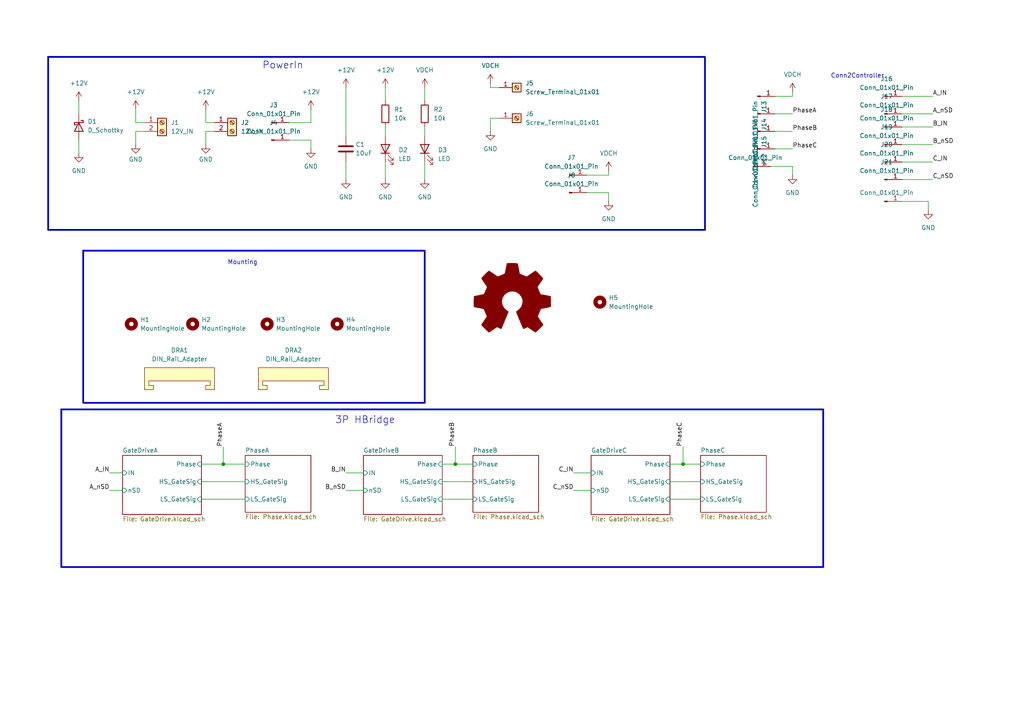
<source format=kicad_sch>
(kicad_sch (version 20250114) (generator "eeschema") (generator_version "9.0")
  (paper "A4")
  (lib_symbols
    (symbol "Connector:Conn_01x01_Pin" (pin_names (offset 1.016) (hide yes))
      (property "Reference" "J" (at 0 2.54 0))
      (property "Value" "Conn_01x01_Pin" (at 0 -2.54 0))
      (symbol "Conn_01x01_Pin_1_1"
        (rectangle (start 0.8636 0.127) (end 0 -0.127) (stroke (width 0.1524)) (fill (type outline)))
        (polyline (pts (xy 1.27 0) (xy 0.8636 0)) (stroke (width 0.1524)))
        (pin passive line (at 5.08 0 180) (length 3.81) (name "Pin_1") (number "1"))
      )
    )
    (symbol "Connector:Screw_Terminal_01x01" (pin_names (offset 1.016) (hide yes))
      (property "Reference" "J" (at 0 2.54 0))
      (property "Value" "Screw_Terminal_01x01" (at 0 -2.54 0))
      (symbol "Screw_Terminal_01x01_1_1"
        (rectangle (start -1.27 1.27) (end 1.27 -1.27) (stroke (width 0.254)) (fill (type background)))
        (polyline (pts (xy -0.5334 0.3302) (xy 0.3302 -0.508)) (stroke (width 0.1524)))
        (polyline (pts (xy -0.3556 0.508) (xy 0.508 -0.3302)) (stroke (width 0.1524)))
        (circle (center 0 0) (radius 0.635) (stroke (width 0.1524)))
        (pin passive line (at -5.08 0 0) (length 3.81) (name "Pin_1") (number "1"))
      )
    )
    (symbol "Connector:Screw_Terminal_01x02" (pin_names (offset 1.016) (hide yes))
      (property "Reference" "J" (at 0 2.54 0))
      (property "Value" "Screw_Terminal_01x02" (at 0 -5.08 0))
      (symbol "Screw_Terminal_01x02_1_1"
        (rectangle (start -1.27 1.27) (end 1.27 -3.81) (stroke (width 0.254)) (fill (type background)))
        (polyline (pts (xy -0.5334 0.3302) (xy 0.3302 -0.508)) (stroke (width 0.1524)))
        (polyline (pts (xy -0.5334 -2.2098) (xy 0.3302 -3.048)) (stroke (width 0.1524)))
        (polyline (pts (xy -0.3556 0.508) (xy 0.508 -0.3302)) (stroke (width 0.1524)))
        (polyline (pts (xy -0.3556 -2.032) (xy 0.508 -2.8702)) (stroke (width 0.1524)))
        (circle (center 0 0) (radius 0.635) (stroke (width 0.1524)))
        (circle (center 0 -2.54) (radius 0.635) (stroke (width 0.1524)))
        (pin passive line (at -5.08 0 0) (length 3.81) (name "Pin_1") (number "1"))
        (pin passive line (at -5.08 -2.54 0) (length 3.81) (name "Pin_2") (number "2"))
      )
    )
    (symbol "Device:C" (pin_numbers (hide yes)) (pin_names (offset 0.254))
      (property "Reference" "C" (at 0.635 2.54 0))
      (property "Value" "C" (at 0.635 -2.54 0))
      (symbol "C_0_1"
        (polyline (pts (xy -2.032 0.762) (xy 2.032 0.762)) (stroke (width 0.508)))
        (polyline (pts (xy -2.032 -0.762) (xy 2.032 -0.762)) (stroke (width 0.508)))
      )
      (symbol "C_1_1"
        (pin passive line (at 0 3.81 270) (length 2.794) (name "~") (number "1"))
        (pin passive line (at 0 -3.81 90) (length 2.794) (name "~") (number "2"))
      )
    )
    (symbol "Device:D_Schottky" (pin_numbers (hide yes)) (pin_names (offset 1.016) (hide yes))
      (property "Reference" "D" (at 0 2.54 0))
      (property "Value" "D_Schottky" (at 0 -2.54 0))
      (symbol "D_Schottky_0_1"
        (polyline (pts (xy -1.905 0.635) (xy -1.905 1.27) (xy -1.27 1.27) (xy -1.27 -1.27) (xy -0.635 -1.27) (xy -0.635 -0.635)) (stroke (width 0.254)))
        (polyline (pts (xy 1.27 1.27) (xy 1.27 -1.27) (xy -1.27 0) (xy 1.27 1.27)) (stroke (width 0.254)))
        (polyline (pts (xy 1.27 0) (xy -1.27 0)))
      )
      (symbol "D_Schottky_1_1"
        (pin passive line (at -3.81 0 0) (length 2.54) (name "K") (number "1"))
        (pin passive line (at 3.81 0 180) (length 2.54) (name "A") (number "2"))
      )
    )
    (symbol "Device:LED" (pin_numbers (hide yes)) (pin_names (offset 1.016) (hide yes))
      (property "Reference" "D" (at 0 2.54 0))
      (property "Value" "LED" (at 0 -2.54 0))
      (symbol "LED_0_1"
        (polyline (pts (xy -3.048 -0.762) (xy -4.572 -2.286) (xy -3.81 -2.286) (xy -4.572 -2.286) (xy -4.572 -1.524)))
        (polyline (pts (xy -1.778 -0.762) (xy -3.302 -2.286) (xy -2.54 -2.286) (xy -3.302 -2.286) (xy -3.302 -1.524)))
        (polyline (pts (xy -1.27 0) (xy 1.27 0)))
        (polyline (pts (xy -1.27 -1.27) (xy -1.27 1.27)) (stroke (width 0.254)))
        (polyline (pts (xy 1.27 -1.27) (xy 1.27 1.27) (xy -1.27 0) (xy 1.27 -1.27)) (stroke (width 0.254)))
      )
      (symbol "LED_1_1"
        (pin passive line (at -3.81 0 0) (length 2.54) (name "K") (number "1"))
        (pin passive line (at 3.81 0 180) (length 2.54) (name "A") (number "2"))
      )
    )
    (symbol "Device:R" (pin_numbers (hide yes)) (pin_names (offset 0))
      (property "Reference" "R" (at 2.032 0 90))
      (property "Value" "R" (at 0 0 90))
      (symbol "R_0_1"
        (rectangle (start -1.016 -2.54) (end 1.016 2.54) (stroke (width 0.254)))
      )
      (symbol "R_1_1"
        (pin passive line (at 0 3.81 270) (length 1.27) (name "~") (number "1"))
        (pin passive line (at 0 -3.81 90) (length 1.27) (name "~") (number "2"))
      )
    )
    (symbol "Graphic:Logo_Open_Hardware_Large" (in_bom no) (on_board no)
      (symbol "Logo_Open_Hardware_Large_1_1"
        (polyline (pts (xy 6.731 -8.7122) (xy 6.6294 -8.6614) (xy 6.35 -8.4836) (xy 5.9944 -8.255) (xy 5.5372 -7.9502) (xy 5.1054 -7.6454) (xy 4.7498 -7.4168) (xy 4.4958 -7.239) (xy 4.3942 -7.1882) (xy 4.318 -7.2136) (xy 4.1148 -7.3152) (xy 3.81 -7.4676) (xy 3.6322 -7.5692) (xy 3.3528 -7.6708) (xy 3.2258 -7.6962) (xy 3.2004 -7.6708) (xy 3.0988 -7.4676) (xy 2.9464 -7.0866) (xy 2.7178 -6.604) (xy 2.4892 -6.0452) (xy 2.2352 -5.4356) (xy 1.9558 -4.826) (xy 1.7272 -4.2164) (xy 1.4986 -3.683) (xy 1.3208 -3.2512) (xy 1.2192 -2.9464) (xy 1.1684 -2.8194) (xy 1.1938 -2.794) (xy 1.3208 -2.667) (xy 1.5748 -2.4892) (xy 2.0828 -2.0574) (xy 2.6162 -1.397) (xy 2.921 -0.6604) (xy 3.048 0.1524) (xy 2.9464 0.9144) (xy 2.6416 1.6256) (xy 2.1336 2.286) (xy 1.524 2.7686) (xy 0.8128 3.0734) (xy 0 3.175) (xy -0.762 3.0988) (xy -1.4986 2.794) (xy -2.159 2.286) (xy -2.4384 1.9812) (xy -2.8194 1.3208) (xy -3.048 0.6096) (xy -3.0734 0.4318) (xy -3.0226 -0.3556) (xy -2.794 -1.0922) (xy -2.3876 -1.7526) (xy -1.8288 -2.3114) (xy -1.7526 -2.3622) (xy -1.4732 -2.5654) (xy -1.2954 -2.6924) (xy -1.1684 -2.8194) (xy -2.159 -5.207) (xy -2.3114 -5.588) (xy -2.5908 -6.2484) (xy -2.8194 -6.8072) (xy -3.0226 -7.2644) (xy -3.1496 -7.5692) (xy -3.2258 -7.6708) (xy -3.2258 -7.6962) (xy -3.302 -7.6962) (xy -3.4798 -7.6454) (xy -3.8354 -7.4676) (xy -4.0386 -7.366) (xy -4.2926 -7.239) (xy -4.4196 -7.1882) (xy -4.5212 -7.239) (xy -4.7498 -7.3914) (xy -5.1054 -7.6454) (xy -5.5372 -7.9248) (xy -5.9436 -8.2042) (xy -6.3246 -8.4582) (xy -6.604 -8.636) (xy -6.731 -8.7122) (xy -6.7564 -8.7122) (xy -6.858 -8.636) (xy -7.0866 -8.4582) (xy -7.4168 -8.1534) (xy -7.874 -7.6962) (xy -7.9502 -7.62) (xy -8.3312 -7.239) (xy -8.636 -6.9088) (xy -8.8392 -6.6802) (xy -8.9154 -6.5786) (xy -8.9154 -6.5786) (xy -8.8392 -6.4516) (xy -8.6614 -6.1722) (xy -8.4328 -5.7912) (xy -8.128 -5.3594) (xy -7.3152 -4.191) (xy -7.7724 -3.0988) (xy -7.8994 -2.7686) (xy -8.0772 -2.3622) (xy -8.2042 -2.0828) (xy -8.255 -1.9558) (xy -8.382 -1.905) (xy -8.6614 -1.8542) (xy -9.0932 -1.7526) (xy -9.6266 -1.651) (xy -10.1092 -1.5748) (xy -10.541 -1.4732) (xy -10.8712 -1.4224) (xy -11.0236 -1.397) (xy -11.049 -1.3716) (xy -11.0744 -1.2954) (xy -11.0998 -1.143) (xy -11.0998 -0.889) (xy -11.1252 -0.4572) (xy -11.1252 0.1524) (xy -11.1252 0.2286) (xy -11.0998 0.8128) (xy -11.0998 1.27) (xy -11.0744 1.5494) (xy -11.0744 1.6764) (xy -11.0744 1.6764) (xy -10.922 1.7018) (xy -10.6172 1.778) (xy -10.16 1.8542) (xy -9.652 1.9558) (xy -9.6012 1.9812) (xy -9.0932 2.0828) (xy -8.636 2.159) (xy -8.3312 2.2352) (xy -8.2042 2.286) (xy -8.1788 2.3114) (xy -8.0772 2.5146) (xy -7.9248 2.8448) (xy -7.747 3.2512) (xy -7.5692 3.6576) (xy -7.4168 4.0386) (xy -7.3152 4.318) (xy -7.2898 4.445) (xy -7.2898 4.445) (xy -7.366 4.572) (xy -7.5438 4.826) (xy -7.7978 5.207) (xy -8.128 5.6642) (xy -8.128 5.6896) (xy -8.4328 6.1468) (xy -8.6868 6.5278) (xy -8.8392 6.7818) (xy -8.9154 6.9088) (xy -8.9154 6.9088) (xy -8.8138 7.0358) (xy -8.5852 7.2898) (xy -8.255 7.6454) (xy -7.874 8.0264) (xy -7.747 8.1534) (xy -7.3152 8.5852) (xy -7.0104 8.8646) (xy -6.8326 8.9916) (xy -6.731 9.0424) (xy -6.731 9.0424) (xy -6.604 8.9408) (xy -6.3246 8.763) (xy -5.9436 8.509) (xy -5.4864 8.2042) (xy -5.461 8.1788) (xy -5.0038 7.874) (xy -4.6482 7.62) (xy -4.3688 7.4422) (xy -4.2672 7.3914) (xy -4.2418 7.3914) (xy -4.064 7.4422) (xy -3.7338 7.5438) (xy -3.3528 7.6962) (xy -2.9464 7.874) (xy -2.5654 8.0264) (xy -2.286 8.1534) (xy -2.159 8.2296) (xy -2.159 8.2296) (xy -2.1082 8.382) (xy -2.032 8.7122) (xy -1.9304 9.1694) (xy -1.8288 9.7282) (xy -1.8034 9.8044) (xy -1.7018 10.3378) (xy -1.6256 10.7696) (xy -1.5748 11.0744) (xy -1.524 11.2014) (xy -1.4478 11.2268) (xy -1.1938 11.2522) (xy -0.8128 11.2522) (xy -0.3302 11.2522) (xy 0.1524 11.2522) (xy 0.6604 11.2522) (xy 1.0668 11.2268) (xy 1.3716 11.2014) (xy 1.4986 11.176) (xy 1.4986 11.176) (xy 1.5494 11.0236) (xy 1.6256 10.6934) (xy 1.7018 10.2108) (xy 1.8288 9.6774) (xy 1.8288 9.5758) (xy 1.9304 9.0424) (xy 2.032 8.6106) (xy 2.0828 8.3058) (xy 2.1336 8.2042) (xy 2.159 8.1788) (xy 2.3876 8.0772) (xy 2.7432 7.9248) (xy 3.175 7.747) (xy 4.191 7.3406) (xy 5.461 8.2042) (xy 5.5626 8.2804) (xy 6.0198 8.5852) (xy 6.3754 8.8392) (xy 6.6294 8.9916) (xy 6.7564 9.0424) (xy 6.7564 9.0424) (xy 6.8834 8.9408) (xy 7.1374 8.7122) (xy 7.4676 8.382) (xy 7.8486 7.9756) (xy 8.1534 7.6962) (xy 8.4836 7.3406) (xy 8.7122 7.112) (xy 8.8392 6.9596) (xy 8.8646 6.858) (xy 8.8646 6.8072) (xy 8.7884 6.6802) (xy 8.6106 6.4008) (xy 8.3312 6.0198) (xy 8.0264 5.588) (xy 7.7978 5.207) (xy 7.5184 4.8006) (xy 7.3406 4.4958) (xy 7.2898 4.3434) (xy 7.2898 4.2926) (xy 7.3914 4.0386) (xy 7.5184 3.683) (xy 7.7216 3.2258) (xy 8.1534 2.2352) (xy 8.7884 2.1082) (xy 9.1948 2.0574) (xy 9.7536 1.9304) (xy 10.2616 1.8288) (xy 11.0998 1.6764) (xy 11.1252 -1.3208) (xy 10.9982 -1.3716) (xy 10.8712 -1.397) (xy 10.5664 -1.4732) (xy 10.1346 -1.5494) (xy 9.6266 -1.651) (xy 9.1948 -1.7272) (xy 8.7376 -1.8288) (xy 8.4328 -1.8796) (xy 8.2804 -1.905) (xy 8.255 -1.9558) (xy 8.1534 -2.159) (xy 7.9756 -2.5146) (xy 7.8232 -2.921) (xy 7.6454 -3.3274) (xy 7.493 -3.7338) (xy 7.366 -4.0132) (xy 7.3406 -4.191) (xy 7.3914 -4.2926) (xy 7.5692 -4.5466) (xy 7.7978 -4.9276) (xy 8.1026 -5.3594) (xy 8.4074 -5.7912) (xy 8.6614 -6.1722) (xy 8.8138 -6.4262) (xy 8.89 -6.5532) (xy 8.8646 -6.6548) (xy 8.6868 -6.858) (xy 8.3566 -7.1882) (xy 7.874 -7.6708) (xy 7.7978 -7.747) (xy 7.3914 -8.128) (xy 7.0612 -8.4328) (xy 6.8326 -8.636) (xy 6.731 -8.7122)) (fill (type outline)))
      )
    )
    (symbol "Mechanical:DIN_Rail_Adapter" (exclude_from_sim yes)
      (property "Reference" "DRA" (at 0 6.35 0))
      (property "Value" "DIN_Rail_Adapter" (at 0 3.81 0))
      (symbol "DIN_Rail_Adapter_0_1"
        (polyline (pts (xy 10.16 2.54) (xy -10.16 2.54) (xy -10.16 -3.81) (xy -7.62 -3.81) (xy -7.62 -2.54) (xy -8.89 -2.54) (xy -8.89 -1.27) (xy 8.89 -1.27) (xy 8.89 -2.54) (xy 7.62 -2.54) (xy 7.62 -3.81) (xy 10.16 -3.81) (xy 10.16 2.54) (xy -10.16 2.54)) (fill (type background)))
      )
    )
    (symbol "Mechanical:MountingHole" (pin_names (offset 1.016)) (exclude_from_sim yes) (in_bom no)
      (property "Reference" "H" (at 0 5.08 0))
      (property "Value" "MountingHole" (at 0 3.175 0))
      (symbol "MountingHole_0_1"
        (circle (center 0 0) (radius 1.27) (stroke (width 1.27)))
      )
    )
    (symbol "power:+12V" (power) (pin_numbers (hide yes)) (pin_names (offset 0) (hide yes))
      (property "Value" "+12V" (at 0 3.556 0))
      (symbol "+12V_0_1"
        (polyline (pts (xy -0.762 1.27) (xy 0 2.54)))
        (polyline (pts (xy 0 2.54) (xy 0.762 1.27)))
        (polyline (pts (xy 0 0) (xy 0 2.54)))
      )
      (symbol "+12V_1_1"
        (pin power_in line (at 0 0 90) (length 0) (name "~") (number "1"))
      )
    )
    (symbol "power:GND" (power) (pin_numbers (hide yes)) (pin_names (offset 0) (hide yes))
      (property "Value" "GND" (at 0 -3.81 0))
      (symbol "GND_0_1"
        (polyline (pts (xy 0 0) (xy 0 -1.27) (xy 1.27 -1.27) (xy 0 -2.54) (xy -1.27 -1.27) (xy 0 -1.27)))
      )
      (symbol "GND_1_1"
        (pin power_in line (at 0 0 270) (length 0) (name "~") (number "1"))
      )
    )
    (symbol "power:VAA" (power) (pin_numbers (hide yes)) (pin_names (offset 0) (hide yes))
      (property "Value" "VAA" (at 0 3.556 0))
      (symbol "VAA_0_1"
        (polyline (pts (xy -0.762 1.27) (xy 0 2.54)))
        (polyline (pts (xy 0 2.54) (xy 0.762 1.27)))
        (polyline (pts (xy 0 0) (xy 0 2.54)))
      )
      (symbol "VAA_1_1"
        (pin power_in line (at 0 0 90) (length 0) (name "~") (number "1"))
      )
    )
  )
  (rectangle (start 17.78 118.745) (end 238.76 164.465) (stroke (width 0.508)))
  (rectangle (start 13.97 16.51) (end 204.47 66.675) (stroke (width 0.508)))
  (rectangle (start 24.13 72.7075) (end 123.19 116.8399) (stroke (width 0.508)))
  (text "Mounting\n" (at 70.358 76.2 0) (effects (font (size 1.27 1.27))))
  (text "3P HBridge" (at 105.918 121.92 0) (effects (font (size 2.032 2.032))))
  (text "Conn2Controller\n" (at 248.7118 22.0956 0) (effects (font (size 1.27 1.27))))
  (text "PowerIn\n" (at 82.042 19.05 0) (effects (font (size 2.032 2.032))))
  (junction (at 198.12 134.62))
  (junction (at 132.08 134.62))
  (junction (at 64.77 134.62))
  (wire (pts (xy 166.37 137.16) (xy 171.45 137.16)))
  (wire (pts (xy 261.62 46.99) (xy 270.51 46.99)))
  (wire (pts (xy 58.42 134.62) (xy 64.77 134.62)))
  (wire (pts (xy 176.53 58.42) (xy 176.53 55.88)))
  (wire (pts (xy 128.27 139.7) (xy 137.16 139.7)))
  (wire (pts (xy 128.27 134.62) (xy 132.08 134.62)))
  (wire (pts (xy 261.62 41.91) (xy 270.51 41.91)))
  (wire (pts (xy 128.27 144.78) (xy 137.16 144.78)))
  (wire (pts (xy 100.33 142.24) (xy 105.41 142.24)))
  (wire (pts (xy 166.37 142.24) (xy 171.45 142.24)))
  (wire (pts (xy 229.87 27.94) (xy 224.79 27.94)))
  (wire (pts (xy 58.42 144.78) (xy 71.12 144.78)))
  (wire (pts (xy 194.31 134.62) (xy 198.12 134.62)))
  (wire (pts (xy 261.62 33.02) (xy 270.51 33.02)))
  (wire (pts (xy 64.77 134.62) (xy 71.12 134.62)))
  (wire (pts (xy 39.37 31.75) (xy 39.37 35.56)))
  (wire (pts (xy 224.79 33.02) (xy 229.87 33.02)))
  (wire (pts (xy 100.33 25.4) (xy 100.33 39.37)))
  (wire (pts (xy 39.37 35.56) (xy 41.91 35.56)))
  (wire (pts (xy 142.24 34.29) (xy 144.78 34.29)))
  (wire (pts (xy 198.12 129.54) (xy 198.12 134.62)))
  (wire (pts (xy 261.62 36.83) (xy 270.51 36.83)))
  (wire (pts (xy 229.87 38.1) (xy 224.79 38.1)))
  (wire (pts (xy 123.19 36.83) (xy 123.19 39.37)))
  (wire (pts (xy 100.33 46.99) (xy 100.33 52.07)))
  (wire (pts (xy 261.62 52.07) (xy 270.51 52.07)))
  (wire (pts (xy 142.24 38.1) (xy 142.24 34.29)))
  (wire (pts (xy 31.75 137.16) (xy 35.56 137.16)))
  (wire (pts (xy 59.69 31.75) (xy 59.69 35.56)))
  (wire (pts (xy 142.24 25.4) (xy 144.78 25.4)))
  (wire (pts (xy 90.17 43.18) (xy 90.17 40.64)))
  (wire (pts (xy 111.76 36.83) (xy 111.76 39.37)))
  (wire (pts (xy 261.62 27.94) (xy 270.51 27.94)))
  (wire (pts (xy 59.69 38.1) (xy 62.23 38.1)))
  (wire (pts (xy 142.24 25.4) (xy 142.24 24.13)))
  (wire (pts (xy 269.24 60.96) (xy 269.24 58.42)))
  (wire (pts (xy 176.53 55.88) (xy 170.18 55.88)))
  (wire (pts (xy 90.17 35.56) (xy 83.82 35.56)))
  (wire (pts (xy 111.76 25.4) (xy 111.76 29.21)))
  (wire (pts (xy 261.62 58.42) (xy 269.24 58.42)))
  (wire (pts (xy 229.87 26.67) (xy 229.87 27.94)))
  (wire (pts (xy 59.69 35.56) (xy 62.23 35.56)))
  (wire (pts (xy 58.42 139.7) (xy 71.12 139.7)))
  (wire (pts (xy 229.87 43.18) (xy 224.79 43.18)))
  (wire (pts (xy 123.19 46.99) (xy 123.19 52.07)))
  (wire (pts (xy 194.31 139.7) (xy 203.2 139.7)))
  (wire (pts (xy 123.19 29.21) (xy 123.19 25.4)))
  (wire (pts (xy 22.86 29.21) (xy 22.86 33.02)))
  (wire (pts (xy 229.87 50.8) (xy 229.87 48.26)))
  (wire (pts (xy 229.87 48.26) (xy 223.52 48.26)))
  (wire (pts (xy 39.37 41.91) (xy 39.37 38.1)))
  (wire (pts (xy 132.08 129.54) (xy 132.08 134.62)))
  (wire (pts (xy 111.76 46.99) (xy 111.76 52.07)))
  (wire (pts (xy 176.53 50.8) (xy 170.18 50.8)))
  (wire (pts (xy 31.75 142.24) (xy 35.56 142.24)))
  (wire (pts (xy 64.77 129.54) (xy 64.77 134.62)))
  (wire (pts (xy 194.31 144.78) (xy 203.2 144.78)))
  (wire (pts (xy 39.37 38.1) (xy 41.91 38.1)))
  (wire (pts (xy 59.69 41.91) (xy 59.69 38.1)))
  (wire (pts (xy 198.12 134.62) (xy 203.2 134.62)))
  (wire (pts (xy 132.08 134.62) (xy 137.16 134.62)))
  (wire (pts (xy 100.33 137.16) (xy 105.41 137.16)))
  (wire (pts (xy 176.53 49.53) (xy 176.53 50.8)))
  (wire (pts (xy 22.86 40.64) (xy 22.86 44.45)))
  (wire (pts (xy 90.17 31.75) (xy 90.17 35.56)))
  (wire (pts (xy 90.17 40.64) (xy 83.82 40.64)))
  (label "C_IN" (at 270.51 46.99 0))
  (label "A_IN" (at 31.75 137.16 180))
  (label "C_IN" (at 166.37 137.16 180))
  (label "A_nSD" (at 31.75 142.24 180))
  (label "PhaseB" (at 132.08 129.54 90))
  (label "PhaseC" (at 198.12 129.54 90))
  (label "A_IN" (at 270.51 27.94 0))
  (label "PhaseA" (at 229.87 33.02 0))
  (label "PhaseC" (at 229.87 43.18 0))
  (label "C_nSD" (at 270.51 52.07 0))
  (label "B_IN" (at 100.33 137.16 180))
  (label "B_IN" (at 270.51 36.83 0))
  (label "PhaseB" (at 229.87 38.1 0))
  (label "B_nSD" (at 100.33 142.24 180))
  (label "C_nSD" (at 166.37 142.24 180))
  (label "B_nSD" (at 270.51 41.91 0))
  (label "A_nSD" (at 270.51 33.02 0))
  (label "PhaseA" (at 64.77 129.54 90))
  (symbol (lib_id "Graphic:Logo_Open_Hardware_Large") (at 148.59 87.63 0) (unit 1) (exclude_from_sim yes) (in_bom no) (on_board no)
    (property "Reference" "#SYM1" (effects (hide yes)))
    (property "Value" "Logo_Open_Hardware_Large" (effects (hide yes)))
    (property "Description" "Open Hardware logo, large" (effects (hide yes)))
  )
  (symbol (lib_id "power:+12V") (at 111.76 25.4 0) (unit 1)
    (property "Reference" "#PWR011" (effects (hide yes)))
    (property "Value" "+12V" (at 111.76 20.32 0))
    (property "Description" "Power symbol creates a global label with name \"+12V\"" (effects (hide yes)))
  )
  (symbol (lib_id "power:GND") (at 176.53 58.42 0) (mirror y) (unit 1)
    (property "Reference" "#PWR018" (effects (hide yes)))
    (property "Value" "GND" (at 176.53 63.5 0))
    (property "Description" "Power symbol creates a global label with name \"GND\" , ground" (effects (hide yes)))
  )
  (symbol (lib_id "Connector:Conn_01x01_Pin") (at 256.54 52.07 0) (unit 1)
    (property "Reference" "J21" (at 257.175 46.99 0))
    (property "Value" "Conn_01x01_Pin" (at 257.175 49.53 0))
    (property "Footprint" "LibMain:WirePad_2.5x5" (effects (hide yes)))
    (property "Description" "Generic connector, single row, 01x01, script generated" (effects (hide yes)))
  )
  (symbol (lib_id "Mechanical:DIN_Rail_Adapter") (at 52.07 109.22 0) (unit 1) (exclude_from_sim yes)
    (property "Reference" "DRA1" (at 52.07 101.6 0))
    (property "Value" "DIN_Rail_Adapter" (at 52.07 104.14 0))
    (property "Footprint" "LibMain:DinRailPCBClip_P15" (effects (hide yes)))
    (property "Description" "DIN Rail adapter universal, mounting holes without connection" (effects (hide yes)))
  )
  (symbol (lib_id "power:VAA") (at 142.24 24.13 0) (unit 1)
    (property "Reference" "#PWR015" (effects (hide yes)))
    (property "Value" "VDCH" (at 142.24 19.05 0))
    (property "Description" "Power symbol creates a global label with name \"VAA\"" (effects (hide yes)))
  )
  (symbol (lib_id "Connector:Conn_01x01_Pin") (at 219.71 43.18 0) (unit 1)
    (property "Reference" "J12" (at 221.6151 44.45 90) (effects (justify right)))
    (property "Value" "Conn_01x01_Pin" (at 219.0751 44.45 90) (effects (justify right)))
    (property "Footprint" "LibMain:WirePad_2.5x5" (effects (hide yes)))
    (property "Description" "Generic connector, single row, 01x01, script generated" (effects (hide yes)))
  )
  (symbol (lib_id "power:GND") (at 100.33 52.07 0) (unit 1)
    (property "Reference" "#PWR010" (effects (hide yes)))
    (property "Value" "GND" (at 100.33 57.15 0))
    (property "Description" "Power symbol creates a global label with name \"GND\" , ground" (effects (hide yes)))
  )
  (symbol (lib_id "power:+12V") (at 39.37 31.75 0) (unit 1)
    (property "Reference" "#PWR03" (effects (hide yes)))
    (property "Value" "+12V" (at 39.37 26.67 0))
    (property "Description" "Power symbol creates a global label with name \"+12V\"" (effects (hide yes)))
  )
  (symbol (lib_id "Connector:Conn_01x01_Pin") (at 256.54 46.99 0) (unit 1)
    (property "Reference" "J20" (at 257.175 41.91 0))
    (property "Value" "Conn_01x01_Pin" (at 257.175 44.45 0))
    (property "Footprint" "LibMain:WirePad_2.5x5" (effects (hide yes)))
    (property "Description" "Generic connector, single row, 01x01, script generated" (effects (hide yes)))
  )
  (symbol (lib_id "Connector:Conn_01x01_Pin") (at 219.71 33.02 0) (unit 1)
    (property "Reference" "J14" (at 221.6151 34.29 90) (effects (justify right)))
    (property "Value" "Conn_01x01_Pin" (at 219.0751 34.29 90) (effects (justify right)))
    (property "Footprint" "LibMain:WirePad_2.5x5" (effects (hide yes)))
    (property "Description" "Generic connector, single row, 01x01, script generated" (effects (hide yes)))
  )
  (symbol (lib_id "Connector:Conn_01x01_Pin") (at 219.71 27.94 0) (unit 1)
    (property "Reference" "J13" (at 221.6151 29.21 90) (effects (justify right)))
    (property "Value" "Conn_01x01_Pin" (at 219.0751 29.21 90) (effects (justify right)))
    (property "Footprint" "LibMain:WirePad_2.5x5" (effects (hide yes)))
    (property "Description" "Generic connector, single row, 01x01, script generated" (effects (hide yes)))
  )
  (symbol (lib_id "Connector:Conn_01x01_Pin") (at 165.1 50.8 0) (unit 1)
    (property "Reference" "J7" (at 165.735 45.72 0))
    (property "Value" "Conn_01x01_Pin" (at 165.735 48.26 0))
    (property "Footprint" "LibMain:WirePad_2.5x5" (effects (hide yes)))
    (property "Description" "Generic connector, single row, 01x01, script generated" (effects (hide yes)))
  )
  (symbol (lib_id "power:GND") (at 229.87 50.8 0) (mirror y) (unit 1)
    (property "Reference" "#PWR036" (effects (hide yes)))
    (property "Value" "GND" (at 229.87 55.88 0))
    (property "Description" "Power symbol creates a global label with name \"GND\" , ground" (effects (hide yes)))
  )
  (symbol (lib_id "power:VAA") (at 229.87 26.67 0) (unit 1)
    (property "Reference" "#PWR035" (effects (hide yes)))
    (property "Value" "VDCH" (at 229.87 21.59 0))
    (property "Description" "Power symbol creates a global label with name \"VAA\"" (effects (hide yes)))
  )
  (symbol (lib_id "Mechanical:MountingHole") (at 173.99 87.63 0) (unit 1) (exclude_from_sim yes) (in_bom no)
    (property "Reference" "H5" (at 176.53 86.3599 0) (effects (justify left)))
    (property "Value" "MountingHole" (at 176.53 88.8999 0) (effects (justify left)))
    (property "Footprint" "Symbol:KiCad-Logo2_12mm_SilkScreen" (effects (hide yes)))
    (property "Description" "Mounting Hole without connection" (effects (hide yes)))
  )
  (symbol (lib_id "Connector:Screw_Terminal_01x01") (at 149.86 25.4 0) (unit 1)
    (property "Reference" "J5" (at 152.4 24.1299 0) (effects (justify left)))
    (property "Value" "Screw_Terminal_01x01" (at 152.4 26.6699 0) (effects (justify left)))
    (property "Footprint" "LibMain:D5mm_WirePad" (effects (hide yes)))
    (property "Description" "Generic screw terminal, single row, 01x01, script generated (kicad-library-utils/schlib/autogen/connector/)" (effects (hide yes)))
  )
  (symbol (lib_id "Connector:Conn_01x01_Pin") (at 78.74 40.64 0) (unit 1)
    (property "Reference" "J4" (at 79.375 35.56 0))
    (property "Value" "Conn_01x01_Pin" (at 79.375 38.1 0))
    (property "Footprint" "LibMain:WirePad_2.5x5" (effects (hide yes)))
    (property "Description" "Generic connector, single row, 01x01, script generated" (effects (hide yes)))
  )
  (symbol (lib_id "Device:C") (at 100.33 43.18 0) (unit 1)
    (property "Reference" "C1" (at 103.124 41.91 0) (effects (justify left)))
    (property "Value" "10uF" (at 103.124 44.45 0) (effects (justify left)))
    (property "Footprint" "Capacitor_SMD:C_1206_3216Metric" (effects (hide yes)))
    (property "Description" "Unpolarized capacitor" (effects (hide yes)))
  )
  (symbol (lib_id "power:VAA") (at 176.53 49.53 0) (unit 1)
    (property "Reference" "#PWR017" (effects (hide yes)))
    (property "Value" "VDCH" (at 176.53 44.45 0))
    (property "Description" "Power symbol creates a global label with name \"VAA\"" (effects (hide yes)))
  )
  (symbol (lib_id "Device:LED") (at 123.19 43.18 90) (unit 1)
    (property "Reference" "D3" (at 127 43.4974 90) (effects (justify right)))
    (property "Value" "LED" (at 127 46.0374 90) (effects (justify right)))
    (property "Footprint" "LED_SMD:LED_1206_3216Metric_Pad1.42x1.75mm_HandSolder" (effects (hide yes)))
    (property "Description" "Light emitting diode" (effects (hide yes)))
    (property "Sim.Pins" "1=K 2=A" (effects (hide yes)))
  )
  (symbol (lib_id "power:GND") (at 39.37 41.91 0) (unit 1)
    (property "Reference" "#PWR04" (effects (hide yes)))
    (property "Value" "GND" (at 39.37 46.228 0))
    (property "Description" "Power symbol creates a global label with name \"GND\" , ground" (effects (hide yes)))
  )
  (symbol (lib_id "Connector:Conn_01x01_Pin") (at 256.54 27.94 0) (unit 1)
    (property "Reference" "J16" (at 257.175 22.86 0))
    (property "Value" "Conn_01x01_Pin" (at 257.175 25.4 0))
    (property "Footprint" "LibMain:WirePad_2.5x5" (effects (hide yes)))
    (property "Description" "Generic connector, single row, 01x01, script generated" (effects (hide yes)))
  )
  (symbol (lib_id "power:GND") (at 90.17 43.18 0) (mirror y) (unit 1)
    (property "Reference" "#PWR08" (effects (hide yes)))
    (property "Value" "GND" (at 90.17 48.26 0))
    (property "Description" "Power symbol creates a global label with name \"GND\" , ground" (effects (hide yes)))
  )
  (symbol (lib_id "Connector:Conn_01x01_Pin") (at 78.74 35.56 0) (unit 1)
    (property "Reference" "J3" (at 79.375 30.48 0))
    (property "Value" "Conn_01x01_Pin" (at 79.375 33.02 0))
    (property "Footprint" "LibMain:WirePad_2.5x5" (effects (hide yes)))
    (property "Description" "Generic connector, single row, 01x01, script generated" (effects (hide yes)))
  )
  (symbol (lib_id "Connector:Conn_01x01_Pin") (at 219.71 38.1 0) (unit 1)
    (property "Reference" "J15" (at 221.6151 39.37 90) (effects (justify right)))
    (property "Value" "Conn_01x01_Pin" (at 219.0751 39.37 90) (effects (justify right)))
    (property "Footprint" "LibMain:WirePad_2.5x5" (effects (hide yes)))
    (property "Description" "Generic connector, single row, 01x01, script generated" (effects (hide yes)))
  )
  (symbol (lib_id "power:+12V") (at 100.33 25.4 0) (unit 1)
    (property "Reference" "#PWR09" (effects (hide yes)))
    (property "Value" "+12V" (at 100.33 20.32 0))
    (property "Description" "Power symbol creates a global label with name \"+12V\"" (effects (hide yes)))
  )
  (symbol (lib_id "Device:D_Schottky") (at 22.86 36.83 270) (unit 1)
    (property "Reference" "D1" (at 25.4 35.2424 90) (effects (justify left)))
    (property "Value" "D_Schottky" (at 25.4 37.7824 90) (effects (justify left)))
    (property "Footprint" "Diode_SMD:D_SMC-RM10_Universal_Handsoldering" (effects (hide yes)))
    (property "Description" "Schottky diode" (effects (hide yes)))
  )
  (symbol (lib_id "Mechanical:MountingHole") (at 97.79 93.98 0) (unit 1) (exclude_from_sim yes) (in_bom no)
    (property "Reference" "H4" (at 100.33 92.7099 0) (effects (justify left)))
    (property "Value" "MountingHole" (at 100.33 95.2499 0) (effects (justify left)))
    (property "Footprint" "MountingHole:MountingHole_3.2mm_M3_DIN965" (effects (hide yes)))
    (property "Description" "Mounting Hole without connection" (effects (hide yes)))
  )
  (symbol (lib_id "power:GND") (at 269.24 60.96 0) (mirror y) (unit 1)
    (property "Reference" "#PWR037" (effects (hide yes)))
    (property "Value" "GND" (at 269.24 66.04 0))
    (property "Description" "Power symbol creates a global label with name \"GND\" , ground" (effects (hide yes)))
  )
  (symbol (lib_id "Connector:Conn_01x01_Pin") (at 218.44 48.26 0) (unit 1)
    (property "Reference" "J11" (effects (hide yes)))
    (property "Value" "Conn_01x01_Pin" (at 219.075 45.72 0))
    (property "Footprint" "LibMain:WirePad_2.5x5" (effects (hide yes)))
    (property "Description" "Generic connector, single row, 01x01, script generated" (effects (hide yes)))
  )
  (symbol (lib_id "power:+12V") (at 59.69 31.75 0) (unit 1)
    (property "Reference" "#PWR05" (effects (hide yes)))
    (property "Value" "+12V" (at 59.69 26.67 0))
    (property "Description" "Power symbol creates a global label with name \"+12V\"" (effects (hide yes)))
  )
  (symbol (lib_id "power:GND") (at 123.19 52.07 0) (unit 1)
    (property "Reference" "#PWR014" (effects (hide yes)))
    (property "Value" "GND" (at 123.19 57.15 0))
    (property "Description" "Power symbol creates a global label with name \"GND\" , ground" (effects (hide yes)))
  )
  (symbol (lib_id "Mechanical:DIN_Rail_Adapter") (at 85.09 109.22 0) (unit 1) (exclude_from_sim yes)
    (property "Reference" "DRA2" (at 85.09 101.6 0))
    (property "Value" "DIN_Rail_Adapter" (at 85.09 104.14 0))
    (property "Footprint" "LibMain:DinRailPCBClip_P15" (effects (hide yes)))
    (property "Description" "DIN Rail adapter universal, mounting holes without connection" (effects (hide yes)))
  )
  (symbol (lib_id "Connector:Conn_01x01_Pin") (at 165.1 55.88 0) (unit 1)
    (property "Reference" "J8" (at 165.735 50.8 0))
    (property "Value" "Conn_01x01_Pin" (at 165.735 53.34 0))
    (property "Footprint" "LibMain:WirePad_2.5x5" (effects (hide yes)))
    (property "Description" "Generic connector, single row, 01x01, script generated" (effects (hide yes)))
  )
  (symbol (lib_id "Device:R") (at 123.19 33.02 0) (unit 1)
    (property "Reference" "R2" (at 125.73 31.7499 0) (effects (justify left)))
    (property "Value" "10k" (at 125.73 34.2899 0) (effects (justify left)))
    (property "Footprint" "Resistor_SMD:R_1206_3216Metric_Pad1.30x1.75mm_HandSolder" (effects (hide yes)))
    (property "Description" "Resistor" (effects (hide yes)))
  )
  (symbol (lib_id "power:+12V") (at 22.86 29.21 0) (unit 1)
    (property "Reference" "#PWR01" (effects (hide yes)))
    (property "Value" "+12V" (at 22.86 24.13 0))
    (property "Description" "Power symbol creates a global label with name \"+12V\"" (effects (hide yes)))
  )
  (symbol (lib_id "Connector:Screw_Terminal_01x02") (at 46.99 35.56 0) (unit 1)
    (property "Reference" "J1" (at 49.53 35.5599 0) (effects (justify left)))
    (property "Value" "12V_IN" (at 49.53 38.0999 0) (effects (justify left)))
    (property "Footprint" "TerminalBlock_Phoenix:TerminalBlock_Phoenix_PT-1,5-2-3.5-H_1x02_P3.50mm_Horizontal" (effects (hide yes)))
    (property "Description" "Generic screw terminal, single row, 01x02, script generated (kicad-library-utils/schlib/autogen/connector/)" (effects (hide yes)))
  )
  (symbol (lib_id "power:GND") (at 59.69 41.91 0) (unit 1)
    (property "Reference" "#PWR06" (effects (hide yes)))
    (property "Value" "GND" (at 59.69 46.228 0))
    (property "Description" "Power symbol creates a global label with name \"GND\" , ground" (effects (hide yes)))
  )
  (symbol (lib_id "Device:LED") (at 111.76 43.18 90) (unit 1)
    (property "Reference" "D2" (at 115.57 43.4974 90) (effects (justify right)))
    (property "Value" "LED" (at 115.57 46.0374 90) (effects (justify right)))
    (property "Footprint" "LED_SMD:LED_1206_3216Metric_Pad1.42x1.75mm_HandSolder" (effects (hide yes)))
    (property "Description" "Light emitting diode" (effects (hide yes)))
    (property "Sim.Pins" "1=K 2=A" (effects (hide yes)))
  )
  (symbol (lib_id "Device:R") (at 111.76 33.02 0) (unit 1)
    (property "Reference" "R1" (at 114.3 31.7499 0) (effects (justify left)))
    (property "Value" "10k" (at 114.3 34.2899 0) (effects (justify left)))
    (property "Footprint" "Resistor_SMD:R_1206_3216Metric_Pad1.30x1.75mm_HandSolder" (effects (hide yes)))
    (property "Description" "Resistor" (effects (hide yes)))
  )
  (symbol (lib_id "Connector:Conn_01x01_Pin") (at 256.54 58.42 0) (unit 1)
    (property "Reference" "J22" (effects (hide yes)))
    (property "Value" "Conn_01x01_Pin" (at 257.175 55.88 0))
    (property "Footprint" "LibMain:WirePad_2.5x5" (effects (hide yes)))
    (property "Description" "Generic connector, single row, 01x01, script generated" (effects (hide yes)))
  )
  (symbol (lib_id "power:GND") (at 111.76 52.07 0) (unit 1)
    (property "Reference" "#PWR012" (effects (hide yes)))
    (property "Value" "GND" (at 111.76 57.15 0))
    (property "Description" "Power symbol creates a global label with name \"GND\" , ground" (effects (hide yes)))
  )
  (symbol (lib_id "Connector:Conn_01x01_Pin") (at 256.54 36.83 0) (unit 1)
    (property "Reference" "J18" (at 257.175 31.75 0))
    (property "Value" "Conn_01x01_Pin" (at 257.175 34.29 0))
    (property "Footprint" "LibMain:WirePad_2.5x5" (effects (hide yes)))
    (property "Description" "Generic connector, single row, 01x01, script generated" (effects (hide yes)))
  )
  (symbol (lib_id "power:VAA") (at 123.19 25.4 0) (unit 1)
    (property "Reference" "#PWR013" (effects (hide yes)))
    (property "Value" "VDCH" (at 123.19 20.32 0))
    (property "Description" "Power symbol creates a global label with name \"VAA\"" (effects (hide yes)))
  )
  (symbol (lib_id "Connector:Conn_01x01_Pin") (at 256.54 33.02 0) (unit 1)
    (property "Reference" "J17" (at 257.175 27.94 0))
    (property "Value" "Conn_01x01_Pin" (at 257.175 30.48 0))
    (property "Footprint" "LibMain:WirePad_2.5x5" (effects (hide yes)))
    (property "Description" "Generic connector, single row, 01x01, script generated" (effects (hide yes)))
  )
  (symbol (lib_id "power:+12V") (at 90.17 31.75 0) (unit 1)
    (property "Reference" "#PWR07" (effects (hide yes)))
    (property "Value" "+12V" (at 90.17 26.67 0))
    (property "Description" "Power symbol creates a global label with name \"+12V\"" (effects (hide yes)))
  )
  (symbol (lib_id "Mechanical:MountingHole") (at 55.88 93.98 0) (unit 1) (exclude_from_sim yes) (in_bom no)
    (property "Reference" "H2" (at 58.42 92.7099 0) (effects (justify left)))
    (property "Value" "MountingHole" (at 58.42 95.2499 0) (effects (justify left)))
    (property "Footprint" "MountingHole:MountingHole_3.2mm_M3_DIN965" (effects (hide yes)))
    (property "Description" "Mounting Hole without connection" (effects (hide yes)))
  )
  (symbol (lib_id "power:GND") (at 142.24 38.1 0) (mirror y) (unit 1)
    (property "Reference" "#PWR016" (effects (hide yes)))
    (property "Value" "GND" (at 142.24 43.18 0))
    (property "Description" "Power symbol creates a global label with name \"GND\" , ground" (effects (hide yes)))
  )
  (symbol (lib_id "Mechanical:MountingHole") (at 77.47 93.98 0) (unit 1) (exclude_from_sim yes) (in_bom no)
    (property "Reference" "H3" (at 80.01 92.7099 0) (effects (justify left)))
    (property "Value" "MountingHole" (at 80.01 95.2499 0) (effects (justify left)))
    (property "Footprint" "MountingHole:MountingHole_3.2mm_M3_DIN965" (effects (hide yes)))
    (property "Description" "Mounting Hole without connection" (effects (hide yes)))
  )
  (symbol (lib_id "Connector:Screw_Terminal_01x01") (at 149.86 34.29 0) (unit 1)
    (property "Reference" "J6" (at 152.4 33.0199 0) (effects (justify left)))
    (property "Value" "Screw_Terminal_01x01" (at 152.4 35.5599 0) (effects (justify left)))
    (property "Footprint" "LibMain:D5mm_WirePad" (effects (hide yes)))
    (property "Description" "Generic screw terminal, single row, 01x01, script generated (kicad-library-utils/schlib/autogen/connector/)" (effects (hide yes)))
  )
  (symbol (lib_id "Connector:Screw_Terminal_01x02") (at 67.31 35.56 0) (unit 1)
    (property "Reference" "J2" (at 69.85 35.5599 0) (effects (justify left)))
    (property "Value" "12V_IN" (at 69.85 38.0999 0) (effects (justify left)))
    (property "Footprint" "TerminalBlock_Phoenix:TerminalBlock_Phoenix_PT-1,5-2-3.5-H_1x02_P3.50mm_Horizontal" (effects (hide yes)))
    (property "Description" "Generic screw terminal, single row, 01x02, script generated (kicad-library-utils/schlib/autogen/connector/)" (effects (hide yes)))
  )
  (symbol (lib_id "Connector:Conn_01x01_Pin") (at 256.54 41.91 0) (unit 1)
    (property "Reference" "J19" (at 257.175 36.83 0))
    (property "Value" "Conn_01x01_Pin" (at 257.175 39.37 0))
    (property "Footprint" "LibMain:WirePad_2.5x5" (effects (hide yes)))
    (property "Description" "Generic connector, single row, 01x01, script generated" (effects (hide yes)))
  )
  (symbol (lib_id "Mechanical:MountingHole") (at 38.1 93.98 0) (unit 1) (exclude_from_sim yes) (in_bom no)
    (property "Reference" "H1" (at 40.64 92.7099 0) (effects (justify left)))
    (property "Value" "MountingHole" (at 40.64 95.2499 0) (effects (justify left)))
    (property "Footprint" "MountingHole:MountingHole_3.2mm_M3_DIN965" (effects (hide yes)))
    (property "Description" "Mounting Hole without connection" (effects (hide yes)))
  )
  (symbol (lib_id "power:GND") (at 22.86 44.45 0) (unit 1)
    (property "Reference" "#PWR02" (effects (hide yes)))
    (property "Value" "GND" (at 22.86 49.53 0))
    (property "Description" "Power symbol creates a global label with name \"GND\" , ground" (effects (hide yes)))
  )
  (sheet (at 137.16 132.08) (size 19.05 16.51) (stroke (width 0.1524))
    (property "Sheetname" "PhaseB" (at 137.16 131.3684 0) (effects (justify left bottom)))
    (property "Sheetfile" "Phase.kicad_sch" (at 137.16 149.1746 0) (effects (justify left top)))
    (pin "HS_GateSig" input (at 137.16 139.7 180))
    (pin "LS_GateSig" input (at 137.16 144.78 180))
    (pin "Phase" input (at 137.16 134.62 180))
  )
  (sheet (at 203.2 132.08) (size 19.05 16.51) (stroke (width 0.1524))
    (property "Sheetname" "PhaseC" (at 203.2 131.3684 0) (effects (justify left bottom)))
    (property "Sheetfile" "Phase.kicad_sch" (at 203.2 149.1746 0) (effects (justify left top)))
    (pin "HS_GateSig" input (at 203.2 139.7 180))
    (pin "LS_GateSig" input (at 203.2 144.78 180))
    (pin "Phase" input (at 203.2 134.62 180))
  )
  (sheet (at 105.41 132.08) (size 22.86 17.145) (stroke (width 0.1524))
    (property "Sheetname" "GateDriveB" (at 105.41 131.3684 0) (effects (justify left bottom)))
    (property "Sheetfile" "GateDrive.kicad_sch" (at 105.41 149.8096 0) (effects (justify left top)))
    (pin "HS_GateSig" input (at 128.27 139.7 0))
    (pin "IN" input (at 105.41 137.16 180))
    (pin "LS_GateSig" input (at 128.27 144.78 0))
    (pin "Phase" input (at 128.27 134.62 0))
    (pin "nSD" input (at 105.41 142.24 180))
  )
  (sheet (at 171.45 132.08) (size 22.86 17.145) (stroke (width 0.1524))
    (property "Sheetname" "GateDriveC" (at 171.45 131.3684 0) (effects (justify left bottom)))
    (property "Sheetfile" "GateDrive.kicad_sch" (at 171.45 149.8096 0) (effects (justify left top)))
    (pin "HS_GateSig" input (at 194.31 139.7 0))
    (pin "IN" input (at 171.45 137.16 180))
    (pin "LS_GateSig" input (at 194.31 144.78 0))
    (pin "Phase" input (at 194.31 134.62 0))
    (pin "nSD" input (at 171.45 142.24 180))
  )
  (sheet (at 35.56 132.08) (size 22.86 17.145) (stroke (width 0.1524))
    (property "Sheetname" "GateDriveA" (at 35.56 131.3684 0) (effects (justify left bottom)))
    (property "Sheetfile" "GateDrive.kicad_sch" (at 35.56 149.8096 0) (effects (justify left top)))
    (pin "HS_GateSig" input (at 58.42 139.7 0))
    (pin "IN" input (at 35.56 137.16 180))
    (pin "LS_GateSig" input (at 58.42 144.78 0))
    (pin "Phase" input (at 58.42 134.62 0))
    (pin "nSD" input (at 35.56 142.24 180))
  )
  (sheet (at 71.12 132.08) (size 19.05 16.51) (stroke (width 0.1524))
    (property "Sheetname" "PhaseA" (at 71.12 131.3684 0) (effects (justify left bottom)))
    (property "Sheetfile" "Phase.kicad_sch" (at 71.12 149.1746 0) (effects (justify left top)))
    (pin "HS_GateSig" input (at 71.12 139.7 180))
    (pin "LS_GateSig" input (at 71.12 144.78 180))
    (pin "Phase" input (at 71.12 134.62 180))
  )
)
</source>
